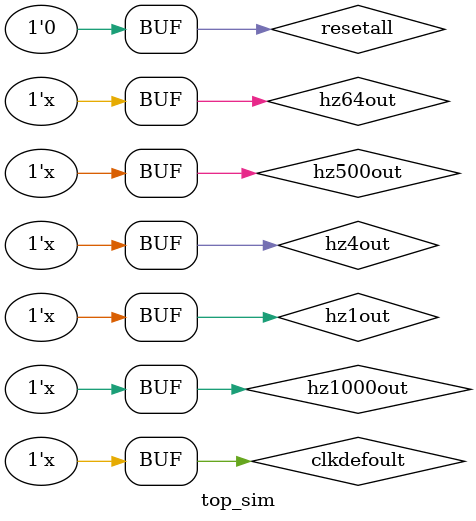
<source format=v>
`timescale 1ns / 1ps


module top_sim();
    reg rstsecond,resetall,setmin,sethour,clkdefoult;
    wire[7:0] seg_out, scan_cnt;
    wire clk_buzzer;
    reg hz1out,hz4out,hz64out,hz500out,hz1000out;
    wire[7:0] minL,minH,hourL, hourH, secL, secH;
    wire [3:0]temsecl,temsech;
    wire out_sec;
    wire out_min;
    wire out_hour;
    wire out_rstall;
    wire toSecond;
//    wire hz1out,hz4out,hz64out,hz500out,hz1000out;
//    wire out_sec,out_min,out_hour,out_rstall;
//    allfile2 t(rstsecond, resetall, setmin, sethour, clkdefoult, seg_out, scan_cnt, clk_buzzer,hz1out,hz4out,hz64out,hz500out,hz1000out);
    allfile2 t(rstsecond, resetall, setmin, sethour, clkdefoult, hz1out,hz4out,hz64out,hz500out,hz1000out, seg_out, scan_cnt, clk_buzzer, minL,
    minH,
    hourL,
    hourH,
    secL,
    secH, temsecl,temsech, out_sec,
    out_min, out_hour, out_rstall,
    toSecond
    );
   
    always #6400 hz1out = ~hz1out;
    always #1600 hz4out = ~hz4out;
    always #100 hz64out = ~hz64out;
    always #13 hz500out = ~hz500out;
    always #6 hz1000out = ~hz1000out;
    always #1 clkdefoult = ~clkdefoult;
    
    always #10 clkdefoult = ~clkdefoult;
    initial begin
        hz1out = 0;
        hz4out = 0;
        hz64out = 0;
        hz500out = 0;
        hz1000out = 0;
        clkdefoult = 0;
        resetall = 0;
        #50 resetall = 1;
        #50 resetall = 0;
    end
endmodule

</source>
